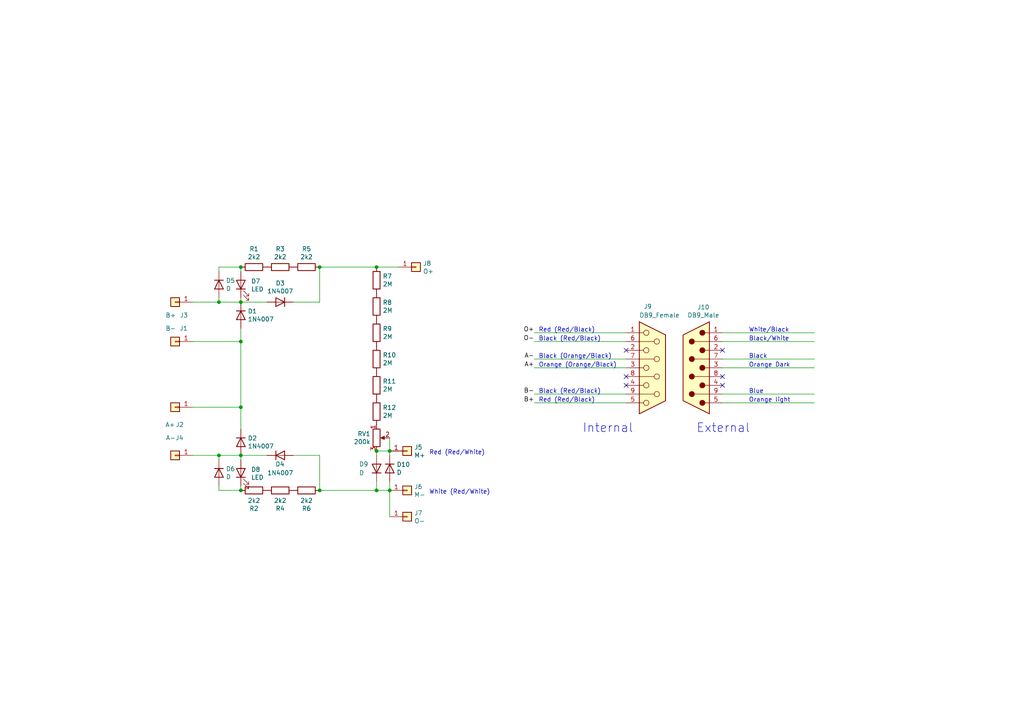
<source format=kicad_sch>
(kicad_sch (version 20211123) (generator eeschema)
  (paper "A4")
  (title_block (title "Z+ HV discharge, series and meter circuit") (date "2021-11-02") (rev "A") (company "NXP Toulouse") (comment 1 "Xavier Bourlot"))
  (lib_symbols
    (symbol "Connector:DB9_Female" (pin_names (offset 1.016) hide)
      (property "Reference" "J" (at 0 13.97 0))
      (property "Value" "DB9_Female" (at 0 -14.605 0))
      (symbol "DB9_Female_0_1"
        (circle (center -1.778 -10.16) (radius 0.762))
        (circle (center -1.778 -5.08) (radius 0.762))
        (circle (center -1.778 0) (radius 0.762))
        (circle (center -1.778 5.08) (radius 0.762))
        (circle (center -1.778 10.16) (radius 0.762))
        (polyline (pts (xy -3.81 -10.16) (xy -2.54 -10.16)))
        (polyline (pts (xy -3.81 -7.62) (xy 0.508 -7.62)))
        (polyline (pts (xy -3.81 -5.08) (xy -2.54 -5.08)))
        (polyline (pts (xy -3.81 -2.54) (xy 0.508 -2.54)))
        (polyline (pts (xy -3.81 0) (xy -2.54 0)))
        (polyline (pts (xy -3.81 2.54) (xy 0.508 2.54)))
        (polyline (pts (xy -3.81 5.08) (xy -2.54 5.08)))
        (polyline (pts (xy -3.81 7.62) (xy 0.508 7.62)))
        (polyline (pts (xy -3.81 10.16) (xy -2.54 10.16)))
        (polyline (pts (xy -3.81 13.335) (xy -3.81 -13.335) (xy 3.81 -9.525) (xy 3.81 9.525) (xy -3.81 13.335)) (stroke (width 0.254)) (fill (type background)))
        (circle (center 1.27 -7.62) (radius 0.762))
        (circle (center 1.27 -2.54) (radius 0.762))
        (circle (center 1.27 2.54) (radius 0.762))
        (circle (center 1.27 7.62) (radius 0.762))
      )
      (symbol "DB9_Female_1_1"
        (pin passive line (at -7.62 10.16 0) (length 3.81) (name "1") (number "1"))
        (pin passive line (at -7.62 5.08 0) (length 3.81) (name "2") (number "2"))
        (pin passive line (at -7.62 0 0) (length 3.81) (name "3") (number "3"))
        (pin passive line (at -7.62 -5.08 0) (length 3.81) (name "4") (number "4"))
        (pin passive line (at -7.62 -10.16 0) (length 3.81) (name "5") (number "5"))
        (pin passive line (at -7.62 7.62 0) (length 3.81) (name "6") (number "6"))
        (pin passive line (at -7.62 2.54 0) (length 3.81) (name "7") (number "7"))
        (pin passive line (at -7.62 -2.54 0) (length 3.81) (name "8") (number "8"))
        (pin passive line (at -7.62 -7.62 0) (length 3.81) (name "9") (number "9"))
      )
    )
    (symbol "Connector:DB9_Male" (pin_names (offset 1.016) hide)
      (property "Reference" "J" (at 0 13.97 0))
      (property "Value" "DB9_Male" (at 0 -14.605 0))
      (symbol "DB9_Male_0_1"
        (circle (center -1.778 -10.16) (radius 0.762) (fill (type outline)))
        (circle (center -1.778 -5.08) (radius 0.762) (fill (type outline)))
        (circle (center -1.778 0) (radius 0.762) (fill (type outline)))
        (circle (center -1.778 5.08) (radius 0.762) (fill (type outline)))
        (circle (center -1.778 10.16) (radius 0.762) (fill (type outline)))
        (polyline (pts (xy -3.81 -10.16) (xy -2.54 -10.16)))
        (polyline (pts (xy -3.81 -7.62) (xy 0.508 -7.62)))
        (polyline (pts (xy -3.81 -5.08) (xy -2.54 -5.08)))
        (polyline (pts (xy -3.81 -2.54) (xy 0.508 -2.54)))
        (polyline (pts (xy -3.81 0) (xy -2.54 0)))
        (polyline (pts (xy -3.81 2.54) (xy 0.508 2.54)))
        (polyline (pts (xy -3.81 5.08) (xy -2.54 5.08)))
        (polyline (pts (xy -3.81 7.62) (xy 0.508 7.62)))
        (polyline (pts (xy -3.81 10.16) (xy -2.54 10.16)))
        (polyline (pts (xy -3.81 -13.335) (xy -3.81 13.335) (xy 3.81 9.525) (xy 3.81 -9.525) (xy -3.81 -13.335)) (stroke (width 0.254)) (fill (type background)))
        (circle (center 1.27 -7.62) (radius 0.762) (fill (type outline)))
        (circle (center 1.27 -2.54) (radius 0.762) (fill (type outline)))
        (circle (center 1.27 2.54) (radius 0.762) (fill (type outline)))
        (circle (center 1.27 7.62) (radius 0.762) (fill (type outline)))
      )
      (symbol "DB9_Male_1_1"
        (pin passive line (at -7.62 -10.16 0) (length 3.81) (name "1") (number "1"))
        (pin passive line (at -7.62 -5.08 0) (length 3.81) (name "2") (number "2"))
        (pin passive line (at -7.62 0 0) (length 3.81) (name "3") (number "3"))
        (pin passive line (at -7.62 5.08 0) (length 3.81) (name "4") (number "4"))
        (pin passive line (at -7.62 10.16 0) (length 3.81) (name "5") (number "5"))
        (pin passive line (at -7.62 -7.62 0) (length 3.81) (name "6") (number "6"))
        (pin passive line (at -7.62 -2.54 0) (length 3.81) (name "7") (number "7"))
        (pin passive line (at -7.62 2.54 0) (length 3.81) (name "8") (number "8"))
        (pin passive line (at -7.62 7.62 0) (length 3.81) (name "9") (number "9"))
      )
    )
    (symbol "Connector_Generic:Conn_01x01" (pin_names (offset 1.016) hide)
      (property "Reference" "J" (at 0 2.54 0))
      (property "Value" "Conn_01x01" (at 0 -2.54 0))
      (symbol "Conn_01x01_1_1"
        (rectangle (start -1.27 0.127) (end 0 -0.127) (stroke (width 0.1524)))
        (rectangle (start -1.27 1.27) (end 1.27 -1.27) (stroke (width 0.254)) (fill (type background)))
        (pin passive line (at -5.08 0 0) (length 3.81) (name "Pin_1") (number "1"))
      )
    )
    (symbol "Device:D" (pin_numbers hide) (pin_names (offset 1.016) hide)
      (property "Reference" "D" (at 0 2.54 0))
      (property "Value" "D" (at 0 -2.54 0))
      (symbol "D_0_1"
        (polyline (pts (xy -1.27 1.27) (xy -1.27 -1.27)) (stroke (width 0.254)))
        (polyline (pts (xy 1.27 0) (xy -1.27 0)))
        (polyline (pts (xy 1.27 1.27) (xy 1.27 -1.27) (xy -1.27 0) (xy 1.27 1.27)) (stroke (width 0.254)))
      )
      (symbol "D_1_1"
        (pin passive line (at -3.81 0 0) (length 2.54) (name "K") (number "1"))
        (pin passive line (at 3.81 0 180) (length 2.54) (name "A") (number "2"))
      )
    )
    (symbol "Device:LED" (pin_numbers hide) (pin_names (offset 1.016) hide)
      (property "Reference" "D" (at 0 2.54 0))
      (property "Value" "LED" (at 0 -2.54 0))
      (symbol "LED_0_1"
        (polyline (pts (xy -1.27 -1.27) (xy -1.27 1.27)) (stroke (width 0.254)))
        (polyline (pts (xy -1.27 0) (xy 1.27 0)))
        (polyline (pts (xy 1.27 -1.27) (xy 1.27 1.27) (xy -1.27 0) (xy 1.27 -1.27)) (stroke (width 0.254)))
        (polyline (pts (xy -3.048 -0.762) (xy -4.572 -2.286) (xy -3.81 -2.286) (xy -4.572 -2.286) (xy -4.572 -1.524)))
        (polyline (pts (xy -1.778 -0.762) (xy -3.302 -2.286) (xy -2.54 -2.286) (xy -3.302 -2.286) (xy -3.302 -1.524)))
      )
      (symbol "LED_1_1"
        (pin passive line (at -3.81 0 0) (length 2.54) (name "K") (number "1"))
        (pin passive line (at 3.81 0 180) (length 2.54) (name "A") (number "2"))
      )
    )
    (symbol "Device:R" (pin_numbers hide) (pin_names (offset 0))
      (property "Reference" "R" (at 2.032 0 90))
      (property "Value" "R" (at 0 0 90))
      (symbol "R_0_1"
        (rectangle (start -1.016 -2.54) (end 1.016 2.54) (stroke (width 0.254)))
      )
      (symbol "R_1_1"
        (pin passive line (at 0 3.81 270) (length 1.27) (name "~") (number "1"))
        (pin passive line (at 0 -3.81 90) (length 1.27) (name "~") (number "2"))
      )
    )
    (symbol "Device:R_POT" (pin_names (offset 1.016) hide)
      (property "Reference" "RV" (at -4.445 0 90))
      (property "Value" "Device_R_POT" (at -2.54 0 90))
      (symbol "R_POT_0_1"
        (polyline (pts (xy 2.54 0) (xy 1.524 0)))
        (polyline (pts (xy 1.143 0) (xy 2.286 0.508) (xy 2.286 -0.508) (xy 1.143 0)) (fill (type outline)))
        (rectangle (start 1.016 2.54) (end -1.016 -2.54) (stroke (width 0.254)))
      )
      (symbol "R_POT_1_1"
        (pin passive line (at 0 3.81 270) (length 1.27) (name "1") (number "1"))
        (pin passive line (at 3.81 0 180) (length 1.27) (name "2") (number "2"))
        (pin passive line (at 0 -3.81 90) (length 1.27) (name "3") (number "3"))
      )
    )
    (symbol "Diode:1N4007" (pin_numbers hide) (pin_names (offset 1.016) hide)
      (property "Reference" "D" (at 0 2.54 0))
      (property "Value" "1N4007" (at 0 -2.54 0))
      (symbol "1N4007_0_1"
        (polyline (pts (xy -1.27 1.27) (xy -1.27 -1.27)) (stroke (width 0.254)))
        (polyline (pts (xy 1.27 0) (xy -1.27 0)))
        (polyline (pts (xy 1.27 1.27) (xy 1.27 -1.27) (xy -1.27 0) (xy 1.27 1.27)) (stroke (width 0.254)))
      )
      (symbol "1N4007_1_1"
        (pin passive line (at -3.81 0 0) (length 2.54) (name "K") (number "1"))
        (pin passive line (at 3.81 0 180) (length 2.54) (name "A") (number "2"))
      )
    )
  )
  (junction (at 109.22 130.81))
  (junction (at 92.71 142.24))
  (junction (at 113.03 130.81))
  (junction (at 69.85 99.06))
  (junction (at 109.22 142.24))
  (junction (at 109.22 77.47))
  (junction (at 92.71 77.47))
  (junction (at 113.03 142.24))
  (junction (at 69.85 118.11))
  (junction (at 63.5 87.63))
  (junction (at 69.85 77.47))
  (junction (at 69.85 142.24))
  (junction (at 63.5 132.08))
  (junction (at 69.85 87.63))
  (junction (at 69.85 132.08))
  (no_connect (at 181.61 111.76))
  (no_connect (at 181.61 101.6))
  (no_connect (at 209.55 109.22))
  (no_connect (at 209.55 111.76))
  (no_connect (at 181.61 109.22))
  (no_connect (at 209.55 101.6))
  (wire (pts (xy 69.85 78.74) (xy 69.85 77.47)))
  (wire (pts (xy 55.88 99.06) (xy 69.85 99.06)))
  (wire (pts (xy 69.85 132.08) (xy 63.5 132.08)))
  (wire (pts (xy 63.5 140.97) (xy 63.5 142.24)))
  (wire (pts (xy 69.85 87.63) (xy 63.5 87.63)))
  (wire (pts (xy 85.09 132.08) (xy 92.71 132.08)))
  (wire (pts (xy 209.55 104.14) (xy 236.22 104.14)))
  (wire (pts (xy 181.61 114.3) (xy 154.94 114.3)))
  (wire (pts (xy 69.85 99.06) (xy 69.85 95.25)))
  (wire (pts (xy 236.22 116.84) (xy 209.55 116.84)))
  (wire (pts (xy 113.03 130.81) (xy 109.22 130.81)))
  (wire (pts (xy 209.55 114.3) (xy 236.22 114.3)))
  (wire (pts (xy 181.61 104.14) (xy 154.94 104.14)))
  (wire (pts (xy 63.5 87.63) (xy 55.88 87.63)))
  (wire (pts (xy 154.94 106.68) (xy 181.61 106.68)))
  (wire (pts (xy 55.88 118.11) (xy 69.85 118.11)))
  (wire (pts (xy 109.22 77.47) (xy 92.71 77.47)))
  (wire (pts (xy 236.22 106.68) (xy 209.55 106.68)))
  (wire (pts (xy 69.85 124.46) (xy 69.85 118.11)))
  (wire (pts (xy 113.03 142.24) (xy 113.03 149.86)))
  (wire (pts (xy 63.5 87.63) (xy 63.5 86.36)))
  (wire (pts (xy 154.94 116.84) (xy 181.61 116.84)))
  (wire (pts (xy 63.5 77.47) (xy 69.85 77.47)))
  (wire (pts (xy 63.5 133.35) (xy 63.5 132.08)))
  (wire (pts (xy 69.85 132.08) (xy 69.85 133.35)))
  (wire (pts (xy 181.61 96.52) (xy 154.94 96.52)))
  (wire (pts (xy 154.94 99.06) (xy 181.61 99.06)))
  (wire (pts (xy 113.03 127) (xy 113.03 130.81)))
  (wire (pts (xy 109.22 142.24) (xy 113.03 142.24)))
  (wire (pts (xy 92.71 142.24) (xy 92.71 132.08)))
  (wire (pts (xy 77.47 132.08) (xy 69.85 132.08)))
  (wire (pts (xy 69.85 140.97) (xy 69.85 142.24)))
  (wire (pts (xy 69.85 118.11) (xy 69.85 99.06)))
  (wire (pts (xy 109.22 132.08) (xy 109.22 130.81)))
  (wire (pts (xy 69.85 87.63) (xy 77.47 87.63)))
  (wire (pts (xy 85.09 87.63) (xy 92.71 87.63)))
  (wire (pts (xy 109.22 139.7) (xy 109.22 142.24)))
  (wire (pts (xy 63.5 78.74) (xy 63.5 77.47)))
  (wire (pts (xy 92.71 87.63) (xy 92.71 77.47)))
  (wire (pts (xy 92.71 142.24) (xy 109.22 142.24)))
  (wire (pts (xy 69.85 86.36) (xy 69.85 87.63)))
  (wire (pts (xy 63.5 132.08) (xy 55.88 132.08)))
  (wire (pts (xy 209.55 96.52) (xy 236.22 96.52)))
  (wire (pts (xy 115.57 77.47) (xy 109.22 77.47)))
  (wire (pts (xy 63.5 142.24) (xy 69.85 142.24)))
  (wire (pts (xy 113.03 139.7) (xy 113.03 142.24)))
  (wire (pts (xy 236.22 99.06) (xy 209.55 99.06)))
  (wire (pts (xy 113.03 132.08) (xy 113.03 130.81)))
  (text "White (Red/White)" (at 124.46 143.51 0) (effects (font (size 1.27 1.27)) (justify left bottom)))
  (text "Black (Red/Black)" (at 156.21 114.3 0) (effects (font (size 1.27 1.27)) (justify left bottom)))
  (text "Black" (at 217.17 104.14 0) (effects (font (size 1.27 1.27)) (justify left bottom)))
  (text "Black (Orange/Black)" (at 156.21 104.14 0) (effects (font (size 1.27 1.27)) (justify left bottom)))
  (text "Black/White" (at 217.17 99.06 0) (effects (font (size 1.27 1.27)) (justify left bottom)))
  (text "External" (at 201.93 125.73 0) (effects (font (size 2.54 2.54)) (justify left bottom)))
  (text "Orange (Orange/Black)" (at 156.21 106.68 0) (effects (font (size 1.27 1.27)) (justify left bottom)))
  (text "Red (Red/White)" (at 124.46 132.08 0) (effects (font (size 1.27 1.27)) (justify left bottom)))
  (text "Blue" (at 217.17 114.3 0) (effects (font (size 1.27 1.27)) (justify left bottom)))
  (text "Red (Red/Black)" (at 156.21 116.84 0) (effects (font (size 1.27 1.27)) (justify left bottom)))
  (text "Red (Red/Black)" (at 156.21 96.52 0) (effects (font (size 1.27 1.27)) (justify left bottom)))
  (text "Orange Dark" (at 217.17 106.68 0) (effects (font (size 1.27 1.27)) (justify left bottom)))
  (text "White/Black" (at 217.17 96.52 0) (effects (font (size 1.27 1.27)) (justify left bottom)))
  (text "Internal" (at 168.91 125.73 0) (effects (font (size 2.54 2.54)) (justify left bottom)))
  (text "Black (Red/Black)" (at 156.21 99.06 0) (effects (font (size 1.27 1.27)) (justify left bottom)))
  (text "Orange light" (at 217.17 116.84 0) (effects (font (size 1.27 1.27)) (justify left bottom)))
  (label "A-" (at 154.94 104.14 180))
  (label "B-" (at 154.94 114.3 180))
  (label "B+" (at 154.94 116.84 180))
  (label "O-" (at 154.94 99.06 180))
  (label "O+" (at 154.94 96.52 180))
  (label "A+" (at 154.94 106.68 180))
  (symbol (lib_id "Device:R_POT") (at 109.22 127 0) (unit 1)
    (property "Reference" "RV1" (at 107.4674 125.8316 0) (effects (justify right)))
    (property "Value" "200k" (at 107.4674 128.143 0) (effects (justify right)))
    (property "Footprint" "Potentiometer_THT:Potentiometer_Bourns_3266Y_Vertical" (effects hide))
  )
  (symbol (lib_id "Device:R") (at 81.28 77.47 270) (unit 1)
    (property "Reference" "R3" (at 81.28 72.2122 90))
    (property "Value" "2k2" (at 81.28 74.5236 90))
    (property "Footprint" "Resistor_THT:R_Axial_DIN0614_L14.3mm_D5.7mm_P20.32mm_Horizontal" (effects hide))
  )
  (symbol (lib_id "Diode:1N4007") (at 81.28 87.63 180) (unit 1)
    (property "Reference" "D3" (at 81.28 82.1436 0))
    (property "Value" "1N4007" (at 81.28 84.455 0))
    (property "Footprint" "Diode_THT:D_DO-41_SOD81_P10.16mm_Horizontal" (effects hide))
    (property "Datasheet" "http://www.vishay.com/docs/88503/1n4001.pdf" (effects hide))
  )
  (symbol (lib_id "Device:R") (at 88.9 77.47 270) (unit 1)
    (property "Reference" "R5" (at 88.9 72.2122 90))
    (property "Value" "2k2" (at 88.9 74.5236 90))
    (property "Footprint" "Resistor_THT:R_Axial_DIN0614_L14.3mm_D5.7mm_P20.32mm_Horizontal" (effects hide))
  )
  (symbol (lib_id "Device:R") (at 73.66 77.47 270) (unit 1)
    (property "Reference" "R1" (at 73.66 72.2122 90))
    (property "Value" "2k2" (at 73.66 74.5236 90))
    (property "Footprint" "Resistor_THT:R_Axial_DIN0614_L14.3mm_D5.7mm_P20.32mm_Horizontal" (effects hide))
  )
  (symbol (lib_id "Diode:1N4007") (at 69.85 91.44 270) (unit 1)
    (property "Reference" "D1" (at 71.8566 90.2716 90) (effects (justify left)))
    (property "Value" "1N4007" (at 71.8566 92.583 90) (effects (justify left)))
    (property "Footprint" "Diode_THT:D_DO-41_SOD81_P10.16mm_Horizontal" (effects hide))
    (property "Datasheet" "http://www.vishay.com/docs/88503/1n4001.pdf" (effects hide))
  )
  (symbol (lib_id "Diode:1N4007") (at 69.85 128.27 270) (unit 1)
    (property "Reference" "D2" (at 71.8566 127.1016 90) (effects (justify left)))
    (property "Value" "1N4007" (at 71.8566 129.413 90) (effects (justify left)))
    (property "Footprint" "Diode_THT:D_DO-41_SOD81_P10.16mm_Horizontal" (effects hide))
    (property "Datasheet" "http://www.vishay.com/docs/88503/1n4001.pdf" (effects hide))
  )
  (symbol (lib_id "Diode:1N4007") (at 81.28 132.08 0) (unit 1)
    (property "Reference" "D4" (at 82.55 134.62 0) (effects (justify right)))
    (property "Value" "1N4007" (at 85.09 137.16 0) (effects (justify right)))
    (property "Footprint" "Diode_THT:D_DO-41_SOD81_P10.16mm_Horizontal" (effects hide))
    (property "Datasheet" "http://www.vishay.com/docs/88503/1n4001.pdf" (effects hide))
  )
  (symbol (lib_id "Device:R") (at 81.28 142.24 90) (unit 1)
    (property "Reference" "R4" (at 81.28 147.4978 90))
    (property "Value" "2k2" (at 81.28 145.1864 90))
    (property "Footprint" "Resistor_THT:R_Axial_DIN0614_L14.3mm_D5.7mm_P20.32mm_Horizontal" (effects hide))
  )
  (symbol (lib_id "Device:R") (at 73.66 142.24 90) (unit 1)
    (property "Reference" "R2" (at 73.66 147.4978 90))
    (property "Value" "2k2" (at 73.66 145.1864 90))
    (property "Footprint" "Resistor_THT:R_Axial_DIN0614_L14.3mm_D5.7mm_P20.32mm_Horizontal" (effects hide))
  )
  (symbol (lib_id "Device:R") (at 88.9 142.24 90) (unit 1)
    (property "Reference" "R6" (at 88.9 147.4978 90))
    (property "Value" "2k2" (at 88.9 145.1864 90))
    (property "Footprint" "Resistor_THT:R_Axial_DIN0614_L14.3mm_D5.7mm_P20.32mm_Horizontal" (effects hide))
  )
  (symbol (lib_id "Device:R") (at 109.22 119.38 0) (unit 1)
    (property "Reference" "R12" (at 110.998 118.2116 0) (effects (justify left)))
    (property "Value" "2M" (at 110.998 120.523 0) (effects (justify left)))
    (property "Footprint" "Resistor_SMD:R_1210_3225Metric_Pad1.42x2.65mm_HandSolder" (effects hide))
  )
  (symbol (lib_id "Device:R") (at 109.22 111.76 0) (unit 1)
    (property "Reference" "R11" (at 110.998 110.5916 0) (effects (justify left)))
    (property "Value" "2M" (at 110.998 112.903 0) (effects (justify left)))
    (property "Footprint" "Resistor_SMD:R_1210_3225Metric_Pad1.42x2.65mm_HandSolder" (effects hide))
  )
  (symbol (lib_id "Device:R") (at 109.22 104.14 0) (unit 1)
    (property "Reference" "R10" (at 110.998 102.9716 0) (effects (justify left)))
    (property "Value" "2M" (at 110.998 105.283 0) (effects (justify left)))
    (property "Footprint" "Resistor_SMD:R_1210_3225Metric_Pad1.42x2.65mm_HandSolder" (effects hide))
  )
  (symbol (lib_id "Device:R") (at 109.22 96.52 0) (unit 1)
    (property "Reference" "R9" (at 110.998 95.3516 0) (effects (justify left)))
    (property "Value" "2M" (at 110.998 97.663 0) (effects (justify left)))
    (property "Footprint" "Resistor_SMD:R_1210_3225Metric_Pad1.42x2.65mm_HandSolder" (effects hide))
  )
  (symbol (lib_id "Device:R") (at 109.22 88.9 0) (unit 1)
    (property "Reference" "R8" (at 110.998 87.7316 0) (effects (justify left)))
    (property "Value" "2M" (at 110.998 90.043 0) (effects (justify left)))
    (property "Footprint" "Resistor_SMD:R_1210_3225Metric_Pad1.42x2.65mm_HandSolder" (effects hide))
  )
  (symbol (lib_id "Device:R") (at 109.22 81.28 0) (unit 1)
    (property "Reference" "R7" (at 110.998 80.1116 0) (effects (justify left)))
    (property "Value" "2M" (at 110.998 82.423 0) (effects (justify left)))
    (property "Footprint" "Resistor_SMD:R_1210_3225Metric_Pad1.42x2.65mm_HandSolder" (effects hide))
  )
  (symbol (lib_id "Connector_Generic:Conn_01x01") (at 50.8 132.08 180) (unit 1)
    (property "Reference" "J4" (at 52.07 127 0))
    (property "Value" "A-" (at 49.53 127 0))
    (property "Footprint" "TestPoint:TestPoint_THTPad_D4.0mm_Drill2.0mm" (effects hide))
  )
  (symbol (lib_id "Connector_Generic:Conn_01x01") (at 50.8 118.11 180) (unit 1)
    (property "Reference" "J2" (at 53.34 123.19 0) (effects (justify left)))
    (property "Value" "A+" (at 50.8 123.19 0) (effects (justify left)))
    (property "Footprint" "TestPoint:TestPoint_THTPad_D4.0mm_Drill2.0mm" (effects hide))
  )
  (symbol (lib_id "Connector_Generic:Conn_01x01") (at 50.8 99.06 180) (unit 1)
    (property "Reference" "J1" (at 52.07 95.25 0) (effects (justify right)))
    (property "Value" "B-" (at 49.53 95.25 0))
    (property "Footprint" "TestPoint:TestPoint_THTPad_D4.0mm_Drill2.0mm" (effects hide))
  )
  (symbol (lib_id "Connector_Generic:Conn_01x01") (at 50.8 87.63 180) (unit 1)
    (property "Reference" "J3" (at 53.34 91.44 0))
    (property "Value" "B+" (at 49.53 91.44 0))
    (property "Footprint" "TestPoint:TestPoint_THTPad_D4.0mm_Drill2.0mm" (effects hide))
  )
  (symbol (lib_id "Connector_Generic:Conn_01x01") (at 120.65 77.47 0) (unit 1)
    (property "Reference" "J8" (at 122.682 76.4032 0) (effects (justify left)))
    (property "Value" "O+" (at 122.682 78.7146 0) (effects (justify left)))
    (property "Footprint" "TestPoint:TestPoint_THTPad_D4.0mm_Drill2.0mm" (effects hide))
  )
  (symbol (lib_id "Connector_Generic:Conn_01x01") (at 118.11 149.86 0) (unit 1)
    (property "Reference" "J7" (at 120.142 148.7932 0) (effects (justify left)))
    (property "Value" "O-" (at 120.142 151.1046 0) (effects (justify left)))
    (property "Footprint" "TestPoint:TestPoint_THTPad_D4.0mm_Drill2.0mm" (effects hide))
  )
  (symbol (lib_id "Device:D") (at 113.03 135.89 270) (unit 1)
    (property "Reference" "D10" (at 115.0366 134.7216 90) (effects (justify left)))
    (property "Value" "D" (at 115.0366 137.033 90) (effects (justify left)))
    (property "Footprint" "Diode_SMD:D_MiniMELF" (effects hide))
  )
  (symbol (lib_id "Device:D") (at 109.22 135.89 270) (mirror x) (unit 1)
    (property "Reference" "D9" (at 104.14 134.62 90) (effects (justify left)))
    (property "Value" "D" (at 104.14 137.16 90) (effects (justify left)))
    (property "Footprint" "Diode_SMD:D_MiniMELF" (effects hide))
  )
  (symbol (lib_id "Connector_Generic:Conn_01x01") (at 118.11 142.24 0) (unit 1)
    (property "Reference" "J6" (at 120.142 141.1732 0) (effects (justify left)))
    (property "Value" "M-" (at 120.142 143.4846 0) (effects (justify left)))
    (property "Footprint" "TestPoint:TestPoint_THTPad_D2.5mm_Drill1.2mm" (effects hide))
  )
  (symbol (lib_id "Connector_Generic:Conn_01x01") (at 118.11 130.81 0) (unit 1)
    (property "Reference" "J5" (at 120.142 129.7432 0) (effects (justify left)))
    (property "Value" "M+" (at 120.142 132.0546 0) (effects (justify left)))
    (property "Footprint" "TestPoint:TestPoint_THTPad_D2.5mm_Drill1.2mm" (effects hide))
  )
  (symbol (lib_id "Device:LED") (at 69.85 82.55 90) (unit 1)
    (property "Reference" "D7" (at 72.8218 81.5594 90) (effects (justify right)))
    (property "Value" "LED" (at 72.8218 83.8708 90) (effects (justify right)))
    (property "Footprint" "LED_SMD:LED_0805_2012Metric_Pad1.15x1.40mm_HandSolder" (effects hide))
  )
  (symbol (lib_id "Device:LED") (at 69.85 137.16 90) (unit 1)
    (property "Reference" "D8" (at 72.8218 136.1694 90) (effects (justify right)))
    (property "Value" "LED" (at 72.8218 138.4808 90) (effects (justify right)))
    (property "Footprint" "LED_SMD:LED_0805_2012Metric_Pad1.15x1.40mm_HandSolder" (effects hide))
  )
  (symbol (lib_id "Device:D") (at 63.5 137.16 270) (unit 1)
    (property "Reference" "D6" (at 65.5066 135.9916 90) (effects (justify left)))
    (property "Value" "D" (at 65.5066 138.303 90) (effects (justify left)))
    (property "Footprint" "Diode_SMD:D_MiniMELF" (effects hide))
  )
  (symbol (lib_id "Device:D") (at 63.5 82.55 270) (unit 1)
    (property "Reference" "D5" (at 65.5066 81.3816 90) (effects (justify left)))
    (property "Value" "D" (at 65.5066 83.693 90) (effects (justify left)))
    (property "Footprint" "Diode_SMD:D_MiniMELF" (effects hide))
  )
  (symbol (lib_id "Connector:DB9_Female") (at 189.23 106.68 0) (unit 1)
    (property "Reference" "J9" (at 186.69 88.9 0) (effects (justify left)))
    (property "Value" "DB9_Female" (at 185.42 91.44 0) (effects (justify left)))
    (property "Datasheet" " ~" (effects hide))
  )
  (symbol (lib_id "Connector:DB9_Male") (at 201.93 106.68 180) (unit 1)
    (property "Reference" "J10" (at 204.0128 89.1032 0))
    (property "Value" "DB9_Male" (at 204.0128 91.4146 0))
    (property "Datasheet" " ~" (effects hide))
  )
)
</source>
